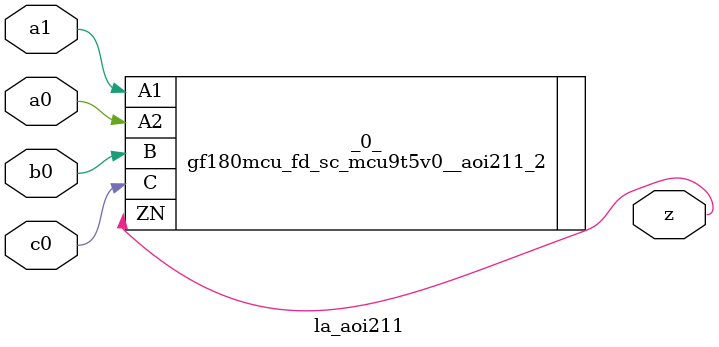
<source format=v>
/* Generated by Yosys 0.37 (git sha1 a5c7f69ed, clang 14.0.0-1ubuntu1.1 -fPIC -Os) */

module la_aoi211(a0, a1, b0, c0, z);
  input a0;
  wire a0;
  input a1;
  wire a1;
  input b0;
  wire b0;
  input c0;
  wire c0;
  output z;
  wire z;
  gf180mcu_fd_sc_mcu9t5v0__aoi211_2 _0_ (
    .A1(a1),
    .A2(a0),
    .B(b0),
    .C(c0),
    .ZN(z)
  );
endmodule

</source>
